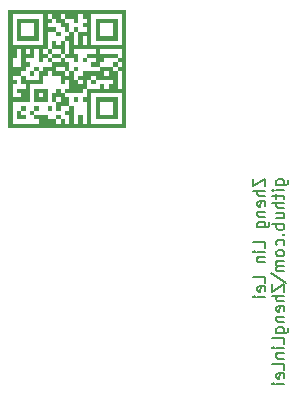
<source format=gbr>
%TF.GenerationSoftware,KiCad,Pcbnew,7.0.9*%
%TF.CreationDate,2024-01-23T00:02:11+01:00*%
%TF.ProjectId,esp32_programmer,65737033-325f-4707-926f-6772616d6d65,rev?*%
%TF.SameCoordinates,Original*%
%TF.FileFunction,Legend,Bot*%
%TF.FilePolarity,Positive*%
%FSLAX46Y46*%
G04 Gerber Fmt 4.6, Leading zero omitted, Abs format (unit mm)*
G04 Created by KiCad (PCBNEW 7.0.9) date 2024-01-23 00:02:11*
%MOMM*%
%LPD*%
G01*
G04 APERTURE LIST*
%ADD10C,0.200000*%
G04 APERTURE END LIST*
D10*
X161257219Y-109024435D02*
X161257219Y-109691101D01*
X161257219Y-109691101D02*
X162257219Y-109024435D01*
X162257219Y-109024435D02*
X162257219Y-109691101D01*
X162257219Y-110072054D02*
X161257219Y-110072054D01*
X162257219Y-110500625D02*
X161733409Y-110500625D01*
X161733409Y-110500625D02*
X161638171Y-110453006D01*
X161638171Y-110453006D02*
X161590552Y-110357768D01*
X161590552Y-110357768D02*
X161590552Y-110214911D01*
X161590552Y-110214911D02*
X161638171Y-110119673D01*
X161638171Y-110119673D02*
X161685790Y-110072054D01*
X162209600Y-111357768D02*
X162257219Y-111262530D01*
X162257219Y-111262530D02*
X162257219Y-111072054D01*
X162257219Y-111072054D02*
X162209600Y-110976816D01*
X162209600Y-110976816D02*
X162114361Y-110929197D01*
X162114361Y-110929197D02*
X161733409Y-110929197D01*
X161733409Y-110929197D02*
X161638171Y-110976816D01*
X161638171Y-110976816D02*
X161590552Y-111072054D01*
X161590552Y-111072054D02*
X161590552Y-111262530D01*
X161590552Y-111262530D02*
X161638171Y-111357768D01*
X161638171Y-111357768D02*
X161733409Y-111405387D01*
X161733409Y-111405387D02*
X161828647Y-111405387D01*
X161828647Y-111405387D02*
X161923885Y-110929197D01*
X161590552Y-111833959D02*
X162257219Y-111833959D01*
X161685790Y-111833959D02*
X161638171Y-111881578D01*
X161638171Y-111881578D02*
X161590552Y-111976816D01*
X161590552Y-111976816D02*
X161590552Y-112119673D01*
X161590552Y-112119673D02*
X161638171Y-112214911D01*
X161638171Y-112214911D02*
X161733409Y-112262530D01*
X161733409Y-112262530D02*
X162257219Y-112262530D01*
X161590552Y-113167292D02*
X162400076Y-113167292D01*
X162400076Y-113167292D02*
X162495314Y-113119673D01*
X162495314Y-113119673D02*
X162542933Y-113072054D01*
X162542933Y-113072054D02*
X162590552Y-112976816D01*
X162590552Y-112976816D02*
X162590552Y-112833959D01*
X162590552Y-112833959D02*
X162542933Y-112738721D01*
X162209600Y-113167292D02*
X162257219Y-113072054D01*
X162257219Y-113072054D02*
X162257219Y-112881578D01*
X162257219Y-112881578D02*
X162209600Y-112786340D01*
X162209600Y-112786340D02*
X162161980Y-112738721D01*
X162161980Y-112738721D02*
X162066742Y-112691102D01*
X162066742Y-112691102D02*
X161781028Y-112691102D01*
X161781028Y-112691102D02*
X161685790Y-112738721D01*
X161685790Y-112738721D02*
X161638171Y-112786340D01*
X161638171Y-112786340D02*
X161590552Y-112881578D01*
X161590552Y-112881578D02*
X161590552Y-113072054D01*
X161590552Y-113072054D02*
X161638171Y-113167292D01*
X162257219Y-114881578D02*
X162257219Y-114405388D01*
X162257219Y-114405388D02*
X161257219Y-114405388D01*
X162257219Y-115214912D02*
X161590552Y-115214912D01*
X161257219Y-115214912D02*
X161304838Y-115167293D01*
X161304838Y-115167293D02*
X161352457Y-115214912D01*
X161352457Y-115214912D02*
X161304838Y-115262531D01*
X161304838Y-115262531D02*
X161257219Y-115214912D01*
X161257219Y-115214912D02*
X161352457Y-115214912D01*
X161590552Y-115691102D02*
X162257219Y-115691102D01*
X161685790Y-115691102D02*
X161638171Y-115738721D01*
X161638171Y-115738721D02*
X161590552Y-115833959D01*
X161590552Y-115833959D02*
X161590552Y-115976816D01*
X161590552Y-115976816D02*
X161638171Y-116072054D01*
X161638171Y-116072054D02*
X161733409Y-116119673D01*
X161733409Y-116119673D02*
X162257219Y-116119673D01*
X162257219Y-117833959D02*
X162257219Y-117357769D01*
X162257219Y-117357769D02*
X161257219Y-117357769D01*
X162209600Y-118548245D02*
X162257219Y-118453007D01*
X162257219Y-118453007D02*
X162257219Y-118262531D01*
X162257219Y-118262531D02*
X162209600Y-118167293D01*
X162209600Y-118167293D02*
X162114361Y-118119674D01*
X162114361Y-118119674D02*
X161733409Y-118119674D01*
X161733409Y-118119674D02*
X161638171Y-118167293D01*
X161638171Y-118167293D02*
X161590552Y-118262531D01*
X161590552Y-118262531D02*
X161590552Y-118453007D01*
X161590552Y-118453007D02*
X161638171Y-118548245D01*
X161638171Y-118548245D02*
X161733409Y-118595864D01*
X161733409Y-118595864D02*
X161828647Y-118595864D01*
X161828647Y-118595864D02*
X161923885Y-118119674D01*
X162257219Y-119024436D02*
X161590552Y-119024436D01*
X161257219Y-119024436D02*
X161304838Y-118976817D01*
X161304838Y-118976817D02*
X161352457Y-119024436D01*
X161352457Y-119024436D02*
X161304838Y-119072055D01*
X161304838Y-119072055D02*
X161257219Y-119024436D01*
X161257219Y-119024436D02*
X161352457Y-119024436D01*
X163200552Y-109548244D02*
X164010076Y-109548244D01*
X164010076Y-109548244D02*
X164105314Y-109500625D01*
X164105314Y-109500625D02*
X164152933Y-109453006D01*
X164152933Y-109453006D02*
X164200552Y-109357768D01*
X164200552Y-109357768D02*
X164200552Y-109214911D01*
X164200552Y-109214911D02*
X164152933Y-109119673D01*
X163819600Y-109548244D02*
X163867219Y-109453006D01*
X163867219Y-109453006D02*
X163867219Y-109262530D01*
X163867219Y-109262530D02*
X163819600Y-109167292D01*
X163819600Y-109167292D02*
X163771980Y-109119673D01*
X163771980Y-109119673D02*
X163676742Y-109072054D01*
X163676742Y-109072054D02*
X163391028Y-109072054D01*
X163391028Y-109072054D02*
X163295790Y-109119673D01*
X163295790Y-109119673D02*
X163248171Y-109167292D01*
X163248171Y-109167292D02*
X163200552Y-109262530D01*
X163200552Y-109262530D02*
X163200552Y-109453006D01*
X163200552Y-109453006D02*
X163248171Y-109548244D01*
X163867219Y-110024435D02*
X163200552Y-110024435D01*
X162867219Y-110024435D02*
X162914838Y-109976816D01*
X162914838Y-109976816D02*
X162962457Y-110024435D01*
X162962457Y-110024435D02*
X162914838Y-110072054D01*
X162914838Y-110072054D02*
X162867219Y-110024435D01*
X162867219Y-110024435D02*
X162962457Y-110024435D01*
X163200552Y-110357768D02*
X163200552Y-110738720D01*
X162867219Y-110500625D02*
X163724361Y-110500625D01*
X163724361Y-110500625D02*
X163819600Y-110548244D01*
X163819600Y-110548244D02*
X163867219Y-110643482D01*
X163867219Y-110643482D02*
X163867219Y-110738720D01*
X163867219Y-111072054D02*
X162867219Y-111072054D01*
X163867219Y-111500625D02*
X163343409Y-111500625D01*
X163343409Y-111500625D02*
X163248171Y-111453006D01*
X163248171Y-111453006D02*
X163200552Y-111357768D01*
X163200552Y-111357768D02*
X163200552Y-111214911D01*
X163200552Y-111214911D02*
X163248171Y-111119673D01*
X163248171Y-111119673D02*
X163295790Y-111072054D01*
X163200552Y-112405387D02*
X163867219Y-112405387D01*
X163200552Y-111976816D02*
X163724361Y-111976816D01*
X163724361Y-111976816D02*
X163819600Y-112024435D01*
X163819600Y-112024435D02*
X163867219Y-112119673D01*
X163867219Y-112119673D02*
X163867219Y-112262530D01*
X163867219Y-112262530D02*
X163819600Y-112357768D01*
X163819600Y-112357768D02*
X163771980Y-112405387D01*
X163867219Y-112881578D02*
X162867219Y-112881578D01*
X163248171Y-112881578D02*
X163200552Y-112976816D01*
X163200552Y-112976816D02*
X163200552Y-113167292D01*
X163200552Y-113167292D02*
X163248171Y-113262530D01*
X163248171Y-113262530D02*
X163295790Y-113310149D01*
X163295790Y-113310149D02*
X163391028Y-113357768D01*
X163391028Y-113357768D02*
X163676742Y-113357768D01*
X163676742Y-113357768D02*
X163771980Y-113310149D01*
X163771980Y-113310149D02*
X163819600Y-113262530D01*
X163819600Y-113262530D02*
X163867219Y-113167292D01*
X163867219Y-113167292D02*
X163867219Y-112976816D01*
X163867219Y-112976816D02*
X163819600Y-112881578D01*
X163771980Y-113786340D02*
X163819600Y-113833959D01*
X163819600Y-113833959D02*
X163867219Y-113786340D01*
X163867219Y-113786340D02*
X163819600Y-113738721D01*
X163819600Y-113738721D02*
X163771980Y-113786340D01*
X163771980Y-113786340D02*
X163867219Y-113786340D01*
X163819600Y-114691101D02*
X163867219Y-114595863D01*
X163867219Y-114595863D02*
X163867219Y-114405387D01*
X163867219Y-114405387D02*
X163819600Y-114310149D01*
X163819600Y-114310149D02*
X163771980Y-114262530D01*
X163771980Y-114262530D02*
X163676742Y-114214911D01*
X163676742Y-114214911D02*
X163391028Y-114214911D01*
X163391028Y-114214911D02*
X163295790Y-114262530D01*
X163295790Y-114262530D02*
X163248171Y-114310149D01*
X163248171Y-114310149D02*
X163200552Y-114405387D01*
X163200552Y-114405387D02*
X163200552Y-114595863D01*
X163200552Y-114595863D02*
X163248171Y-114691101D01*
X163867219Y-115262530D02*
X163819600Y-115167292D01*
X163819600Y-115167292D02*
X163771980Y-115119673D01*
X163771980Y-115119673D02*
X163676742Y-115072054D01*
X163676742Y-115072054D02*
X163391028Y-115072054D01*
X163391028Y-115072054D02*
X163295790Y-115119673D01*
X163295790Y-115119673D02*
X163248171Y-115167292D01*
X163248171Y-115167292D02*
X163200552Y-115262530D01*
X163200552Y-115262530D02*
X163200552Y-115405387D01*
X163200552Y-115405387D02*
X163248171Y-115500625D01*
X163248171Y-115500625D02*
X163295790Y-115548244D01*
X163295790Y-115548244D02*
X163391028Y-115595863D01*
X163391028Y-115595863D02*
X163676742Y-115595863D01*
X163676742Y-115595863D02*
X163771980Y-115548244D01*
X163771980Y-115548244D02*
X163819600Y-115500625D01*
X163819600Y-115500625D02*
X163867219Y-115405387D01*
X163867219Y-115405387D02*
X163867219Y-115262530D01*
X163867219Y-116024435D02*
X163200552Y-116024435D01*
X163295790Y-116024435D02*
X163248171Y-116072054D01*
X163248171Y-116072054D02*
X163200552Y-116167292D01*
X163200552Y-116167292D02*
X163200552Y-116310149D01*
X163200552Y-116310149D02*
X163248171Y-116405387D01*
X163248171Y-116405387D02*
X163343409Y-116453006D01*
X163343409Y-116453006D02*
X163867219Y-116453006D01*
X163343409Y-116453006D02*
X163248171Y-116500625D01*
X163248171Y-116500625D02*
X163200552Y-116595863D01*
X163200552Y-116595863D02*
X163200552Y-116738720D01*
X163200552Y-116738720D02*
X163248171Y-116833959D01*
X163248171Y-116833959D02*
X163343409Y-116881578D01*
X163343409Y-116881578D02*
X163867219Y-116881578D01*
X162771980Y-117024434D02*
X164057695Y-117881577D01*
X162867219Y-117929197D02*
X162867219Y-118595863D01*
X162867219Y-118595863D02*
X163867219Y-117929197D01*
X163867219Y-117929197D02*
X163867219Y-118595863D01*
X163867219Y-118976816D02*
X162867219Y-118976816D01*
X163867219Y-119405387D02*
X163343409Y-119405387D01*
X163343409Y-119405387D02*
X163248171Y-119357768D01*
X163248171Y-119357768D02*
X163200552Y-119262530D01*
X163200552Y-119262530D02*
X163200552Y-119119673D01*
X163200552Y-119119673D02*
X163248171Y-119024435D01*
X163248171Y-119024435D02*
X163295790Y-118976816D01*
X163819600Y-120262530D02*
X163867219Y-120167292D01*
X163867219Y-120167292D02*
X163867219Y-119976816D01*
X163867219Y-119976816D02*
X163819600Y-119881578D01*
X163819600Y-119881578D02*
X163724361Y-119833959D01*
X163724361Y-119833959D02*
X163343409Y-119833959D01*
X163343409Y-119833959D02*
X163248171Y-119881578D01*
X163248171Y-119881578D02*
X163200552Y-119976816D01*
X163200552Y-119976816D02*
X163200552Y-120167292D01*
X163200552Y-120167292D02*
X163248171Y-120262530D01*
X163248171Y-120262530D02*
X163343409Y-120310149D01*
X163343409Y-120310149D02*
X163438647Y-120310149D01*
X163438647Y-120310149D02*
X163533885Y-119833959D01*
X163200552Y-120738721D02*
X163867219Y-120738721D01*
X163295790Y-120738721D02*
X163248171Y-120786340D01*
X163248171Y-120786340D02*
X163200552Y-120881578D01*
X163200552Y-120881578D02*
X163200552Y-121024435D01*
X163200552Y-121024435D02*
X163248171Y-121119673D01*
X163248171Y-121119673D02*
X163343409Y-121167292D01*
X163343409Y-121167292D02*
X163867219Y-121167292D01*
X163200552Y-122072054D02*
X164010076Y-122072054D01*
X164010076Y-122072054D02*
X164105314Y-122024435D01*
X164105314Y-122024435D02*
X164152933Y-121976816D01*
X164152933Y-121976816D02*
X164200552Y-121881578D01*
X164200552Y-121881578D02*
X164200552Y-121738721D01*
X164200552Y-121738721D02*
X164152933Y-121643483D01*
X163819600Y-122072054D02*
X163867219Y-121976816D01*
X163867219Y-121976816D02*
X163867219Y-121786340D01*
X163867219Y-121786340D02*
X163819600Y-121691102D01*
X163819600Y-121691102D02*
X163771980Y-121643483D01*
X163771980Y-121643483D02*
X163676742Y-121595864D01*
X163676742Y-121595864D02*
X163391028Y-121595864D01*
X163391028Y-121595864D02*
X163295790Y-121643483D01*
X163295790Y-121643483D02*
X163248171Y-121691102D01*
X163248171Y-121691102D02*
X163200552Y-121786340D01*
X163200552Y-121786340D02*
X163200552Y-121976816D01*
X163200552Y-121976816D02*
X163248171Y-122072054D01*
X163867219Y-123024435D02*
X163867219Y-122548245D01*
X163867219Y-122548245D02*
X162867219Y-122548245D01*
X163867219Y-123357769D02*
X163200552Y-123357769D01*
X162867219Y-123357769D02*
X162914838Y-123310150D01*
X162914838Y-123310150D02*
X162962457Y-123357769D01*
X162962457Y-123357769D02*
X162914838Y-123405388D01*
X162914838Y-123405388D02*
X162867219Y-123357769D01*
X162867219Y-123357769D02*
X162962457Y-123357769D01*
X163200552Y-123833959D02*
X163867219Y-123833959D01*
X163295790Y-123833959D02*
X163248171Y-123881578D01*
X163248171Y-123881578D02*
X163200552Y-123976816D01*
X163200552Y-123976816D02*
X163200552Y-124119673D01*
X163200552Y-124119673D02*
X163248171Y-124214911D01*
X163248171Y-124214911D02*
X163343409Y-124262530D01*
X163343409Y-124262530D02*
X163867219Y-124262530D01*
X163867219Y-125214911D02*
X163867219Y-124738721D01*
X163867219Y-124738721D02*
X162867219Y-124738721D01*
X163819600Y-125929197D02*
X163867219Y-125833959D01*
X163867219Y-125833959D02*
X163867219Y-125643483D01*
X163867219Y-125643483D02*
X163819600Y-125548245D01*
X163819600Y-125548245D02*
X163724361Y-125500626D01*
X163724361Y-125500626D02*
X163343409Y-125500626D01*
X163343409Y-125500626D02*
X163248171Y-125548245D01*
X163248171Y-125548245D02*
X163200552Y-125643483D01*
X163200552Y-125643483D02*
X163200552Y-125833959D01*
X163200552Y-125833959D02*
X163248171Y-125929197D01*
X163248171Y-125929197D02*
X163343409Y-125976816D01*
X163343409Y-125976816D02*
X163438647Y-125976816D01*
X163438647Y-125976816D02*
X163533885Y-125500626D01*
X163867219Y-126405388D02*
X163200552Y-126405388D01*
X162867219Y-126405388D02*
X162914838Y-126357769D01*
X162914838Y-126357769D02*
X162962457Y-126405388D01*
X162962457Y-126405388D02*
X162914838Y-126453007D01*
X162914838Y-126453007D02*
X162867219Y-126405388D01*
X162867219Y-126405388D02*
X162962457Y-126405388D01*
%TO.C,G\u002A\u002A\u002A*%
G36*
X150500076Y-98083308D02*
G01*
X150500076Y-99750000D01*
X150500076Y-101416692D01*
X150500076Y-101787069D01*
X150500076Y-104750077D01*
X145500000Y-104750077D01*
X140499923Y-104750077D01*
X140499923Y-104379701D01*
X140870299Y-104379701D01*
X141981427Y-104379701D01*
X143092555Y-104379701D01*
X143092555Y-104194513D01*
X143092555Y-104009325D01*
X142907367Y-104009325D01*
X142722179Y-104009325D01*
X142722179Y-103824137D01*
X142722179Y-103638949D01*
X143277743Y-103638949D01*
X143833308Y-103638949D01*
X143833308Y-103824137D01*
X143833308Y-104009325D01*
X144203684Y-104009325D01*
X144574060Y-104009325D01*
X144574060Y-104194513D01*
X144574060Y-104379701D01*
X144759248Y-104379701D01*
X144944436Y-104379701D01*
X144944436Y-104194513D01*
X144944436Y-104009325D01*
X145129624Y-104009325D01*
X145314812Y-104009325D01*
X145314812Y-104194513D01*
X145314812Y-104379701D01*
X145500000Y-104379701D01*
X145685188Y-104379701D01*
X145685188Y-104009325D01*
X145685188Y-103638949D01*
X145500000Y-103638949D01*
X145314812Y-103638949D01*
X145314812Y-103453761D01*
X145314812Y-103268573D01*
X145500000Y-103268573D01*
X145685188Y-103268573D01*
X145685188Y-103083385D01*
X145685188Y-102898197D01*
X145870376Y-102898197D01*
X146055564Y-102898197D01*
X146055564Y-103638949D01*
X146055564Y-104379701D01*
X146240752Y-104379701D01*
X146425940Y-104379701D01*
X146425940Y-104009325D01*
X146425940Y-103638949D01*
X146611128Y-103638949D01*
X146796316Y-103638949D01*
X146796316Y-104009325D01*
X146796316Y-104379701D01*
X146981504Y-104379701D01*
X147166692Y-104379701D01*
X147537068Y-104379701D01*
X148833384Y-104379701D01*
X150129700Y-104379701D01*
X150129700Y-103083385D01*
X150129700Y-101787069D01*
X148833384Y-101787069D01*
X147537068Y-101787069D01*
X147537068Y-103083385D01*
X147537068Y-104379701D01*
X147166692Y-104379701D01*
X147166692Y-103453761D01*
X147166692Y-102527821D01*
X146981504Y-102527821D01*
X146796316Y-102527821D01*
X146796316Y-102342633D01*
X146796316Y-102157445D01*
X146981504Y-102157445D01*
X147166692Y-102157445D01*
X147166692Y-101787069D01*
X147166692Y-101416692D01*
X147722256Y-101416692D01*
X148277820Y-101416692D01*
X148277820Y-101231504D01*
X148277820Y-101046316D01*
X148463008Y-101046316D01*
X148648196Y-101046316D01*
X148648196Y-101231504D01*
X148648196Y-101416692D01*
X148833384Y-101416692D01*
X149018572Y-101416692D01*
X149018572Y-101231504D01*
X149018572Y-101046316D01*
X149203760Y-101046316D01*
X149388948Y-101046316D01*
X149388948Y-100861128D01*
X149388948Y-100675940D01*
X148648196Y-100675940D01*
X147907444Y-100675940D01*
X147907444Y-100490752D01*
X147907444Y-100305564D01*
X148648196Y-100305564D01*
X148833384Y-100305564D01*
X149018572Y-100305564D01*
X149018572Y-100120376D01*
X149018572Y-99935188D01*
X148833384Y-99935188D01*
X148648196Y-99935188D01*
X148648196Y-100120376D01*
X148648196Y-100305564D01*
X147907444Y-100305564D01*
X147722256Y-100305564D01*
X147537068Y-100305564D01*
X147537068Y-100490752D01*
X147537068Y-100675940D01*
X147351880Y-100675940D01*
X147166692Y-100675940D01*
X147166692Y-101046316D01*
X147166692Y-101416692D01*
X146981504Y-101416692D01*
X146796316Y-101416692D01*
X146796316Y-101601881D01*
X146796316Y-101787069D01*
X146055564Y-101787069D01*
X145314812Y-101787069D01*
X145314812Y-101601881D01*
X145314812Y-101416692D01*
X145500000Y-101416692D01*
X145685188Y-101416692D01*
X145685188Y-101046316D01*
X145685188Y-100675940D01*
X145500000Y-100675940D01*
X145314812Y-100675940D01*
X145314812Y-100861128D01*
X145314812Y-101046316D01*
X145129624Y-101046316D01*
X144944436Y-101046316D01*
X144944436Y-100675940D01*
X144944436Y-100305564D01*
X144574060Y-100305564D01*
X144203684Y-100305564D01*
X144203684Y-100120376D01*
X144203684Y-99935188D01*
X144018496Y-99935188D01*
X143833308Y-99935188D01*
X143833308Y-100120376D01*
X143833308Y-100305564D01*
X143648119Y-100305564D01*
X143462931Y-100305564D01*
X143462931Y-100675940D01*
X143462931Y-101046316D01*
X142907367Y-101046316D01*
X142351803Y-101046316D01*
X142351803Y-101416692D01*
X142351803Y-101787069D01*
X142351803Y-102527821D01*
X141611051Y-102527821D01*
X140870299Y-102527821D01*
X140870299Y-103453761D01*
X140870299Y-104379701D01*
X140499923Y-104379701D01*
X140499923Y-102157445D01*
X140870299Y-102157445D01*
X141240675Y-102157445D01*
X141611051Y-102157445D01*
X141611051Y-101972257D01*
X141611051Y-101787069D01*
X141425863Y-101787069D01*
X141240675Y-101787069D01*
X141240675Y-101601881D01*
X141240675Y-101416692D01*
X141611051Y-101416692D01*
X141981427Y-101416692D01*
X141981427Y-101231504D01*
X141981427Y-101046316D01*
X141796239Y-101046316D01*
X141611051Y-101046316D01*
X141611051Y-100675940D01*
X141611051Y-100305564D01*
X141796239Y-100305564D01*
X141981427Y-100305564D01*
X141981427Y-100490752D01*
X141981427Y-100675940D01*
X142536991Y-100675940D01*
X143092555Y-100675940D01*
X143092555Y-100305564D01*
X143092555Y-99935188D01*
X143277743Y-99935188D01*
X143462931Y-99935188D01*
X143462931Y-99750000D01*
X143462931Y-99564812D01*
X143833308Y-99564812D01*
X144203684Y-99564812D01*
X144203684Y-99379624D01*
X144203684Y-99194436D01*
X144574060Y-99194436D01*
X144944436Y-99194436D01*
X144944436Y-99009248D01*
X144944436Y-98824060D01*
X145129624Y-98824060D01*
X145314812Y-98824060D01*
X145314812Y-99009248D01*
X145314812Y-99194436D01*
X145500000Y-99194436D01*
X145685188Y-99194436D01*
X145685188Y-99564812D01*
X145685188Y-99935188D01*
X145500000Y-99935188D01*
X145314812Y-99935188D01*
X145314812Y-99750000D01*
X145314812Y-99564812D01*
X144944436Y-99564812D01*
X144574060Y-99564812D01*
X144574060Y-99750000D01*
X144574060Y-99935188D01*
X144944436Y-99935188D01*
X145314812Y-99935188D01*
X145314812Y-100120376D01*
X145314812Y-100305564D01*
X145500000Y-100305564D01*
X145685188Y-100305564D01*
X145685188Y-100120376D01*
X145685188Y-99935188D01*
X145870376Y-99935188D01*
X146055564Y-99935188D01*
X146055564Y-100305564D01*
X146055564Y-100675940D01*
X146240752Y-100675940D01*
X146425940Y-100675940D01*
X146425940Y-100861128D01*
X146425940Y-101046316D01*
X146611128Y-101046316D01*
X146796316Y-101046316D01*
X146796316Y-100861128D01*
X146796316Y-100675940D01*
X146611128Y-100675940D01*
X146425940Y-100675940D01*
X146425940Y-100490752D01*
X146425940Y-100305564D01*
X146611128Y-100305564D01*
X146796316Y-100305564D01*
X146796316Y-100120376D01*
X146796316Y-99935188D01*
X147537068Y-99935188D01*
X148277820Y-99935188D01*
X148277820Y-99750000D01*
X148277820Y-99564812D01*
X148833384Y-99564812D01*
X149388948Y-99564812D01*
X149388948Y-99750000D01*
X149388948Y-99935188D01*
X149574136Y-99935188D01*
X149759324Y-99935188D01*
X149759324Y-100675940D01*
X149759324Y-101046316D01*
X149759324Y-101416692D01*
X149944512Y-101416692D01*
X150129700Y-101416692D01*
X150129700Y-100675940D01*
X150129700Y-99935188D01*
X149944512Y-99935188D01*
X149759324Y-99935188D01*
X149759324Y-99750000D01*
X149759324Y-99564812D01*
X149944512Y-99564812D01*
X150129700Y-99564812D01*
X150129700Y-99379624D01*
X150129700Y-99194436D01*
X149944512Y-99194436D01*
X149759324Y-99194436D01*
X149759324Y-99009248D01*
X149759324Y-98824060D01*
X149203760Y-98824060D01*
X148648196Y-98824060D01*
X148648196Y-99009248D01*
X148648196Y-99194436D01*
X148463008Y-99194436D01*
X148277820Y-99194436D01*
X148277820Y-99379624D01*
X148277820Y-99564812D01*
X147907444Y-99564812D01*
X147537068Y-99564812D01*
X147537068Y-99379624D01*
X147537068Y-99194436D01*
X147722256Y-99194436D01*
X147907444Y-99194436D01*
X147907444Y-99009248D01*
X147907444Y-98824060D01*
X147537068Y-98824060D01*
X147166692Y-98824060D01*
X147166692Y-98638872D01*
X147166692Y-98453684D01*
X147537068Y-98453684D01*
X147907444Y-98453684D01*
X148277820Y-98453684D01*
X149018572Y-98453684D01*
X149759324Y-98453684D01*
X149759324Y-98638872D01*
X149759324Y-98824060D01*
X149944512Y-98824060D01*
X150129700Y-98824060D01*
X150129700Y-98453684D01*
X150129700Y-98083308D01*
X149203760Y-98083308D01*
X148277820Y-98083308D01*
X148277820Y-98268496D01*
X148277820Y-98453684D01*
X147907444Y-98453684D01*
X147907444Y-98268496D01*
X147907444Y-98083308D01*
X146981504Y-98083308D01*
X146055564Y-98083308D01*
X146055564Y-98268496D01*
X146055564Y-98453684D01*
X146240752Y-98453684D01*
X146425940Y-98453684D01*
X146425940Y-98824060D01*
X146425940Y-99194436D01*
X146240752Y-99194436D01*
X146055564Y-99194436D01*
X146055564Y-99009248D01*
X146055564Y-98824060D01*
X145685188Y-98824060D01*
X145314812Y-98824060D01*
X145314812Y-98638872D01*
X145314812Y-98453684D01*
X145500000Y-98453684D01*
X145685188Y-98453684D01*
X145685188Y-97898120D01*
X145685188Y-97342556D01*
X145500000Y-97342556D01*
X145314812Y-97342556D01*
X145314812Y-97157368D01*
X145314812Y-96972180D01*
X145500000Y-96972180D01*
X145685188Y-96972180D01*
X145685188Y-96786992D01*
X145685188Y-96601804D01*
X145870376Y-96601804D01*
X146055564Y-96601804D01*
X146055564Y-97157368D01*
X146055564Y-97712932D01*
X146240752Y-97712932D01*
X146425940Y-97712932D01*
X146796316Y-97712932D01*
X146981504Y-97712932D01*
X147166692Y-97712932D01*
X147166692Y-97342556D01*
X147166692Y-96972180D01*
X147537068Y-96972180D01*
X147537068Y-97712932D01*
X148833384Y-97712932D01*
X150129700Y-97712932D01*
X150129700Y-96416616D01*
X150129700Y-95120300D01*
X148833384Y-95120300D01*
X147537068Y-95120300D01*
X147537068Y-96416616D01*
X147537068Y-96972180D01*
X147166692Y-96972180D01*
X146981504Y-96972180D01*
X146796316Y-96972180D01*
X146796316Y-97342556D01*
X146796316Y-97712932D01*
X146425940Y-97712932D01*
X146425940Y-97157368D01*
X146425940Y-96601804D01*
X146796316Y-96601804D01*
X147166692Y-96601804D01*
X147166692Y-96416616D01*
X147166692Y-96231428D01*
X146981504Y-96231428D01*
X146796316Y-96231428D01*
X146796316Y-96046240D01*
X146796316Y-95861052D01*
X146981504Y-95861052D01*
X147166692Y-95861052D01*
X147166692Y-95675864D01*
X147166692Y-95490676D01*
X146981504Y-95490676D01*
X146796316Y-95490676D01*
X146796316Y-95305488D01*
X146796316Y-95120300D01*
X146611128Y-95120300D01*
X146425940Y-95120300D01*
X146425940Y-95490676D01*
X146425940Y-95861052D01*
X146240752Y-95861052D01*
X146055564Y-95861052D01*
X146055564Y-95675864D01*
X146055564Y-95490676D01*
X145685188Y-95490676D01*
X145314812Y-95490676D01*
X145314812Y-95675864D01*
X145314812Y-95861052D01*
X145500000Y-95861052D01*
X145685188Y-95861052D01*
X145685188Y-96231428D01*
X145685188Y-96601804D01*
X145500000Y-96601804D01*
X145314812Y-96601804D01*
X145314812Y-96416616D01*
X145314812Y-96231428D01*
X145129624Y-96231428D01*
X144944436Y-96231428D01*
X144944436Y-96046240D01*
X144944436Y-95861052D01*
X144759248Y-95861052D01*
X144574060Y-95861052D01*
X144574060Y-95675864D01*
X144574060Y-95490676D01*
X144388872Y-95490676D01*
X144203684Y-95490676D01*
X144203684Y-95675864D01*
X144203684Y-95861052D01*
X144018496Y-95861052D01*
X143833308Y-95861052D01*
X143833308Y-96046240D01*
X143833308Y-96231428D01*
X144203684Y-96231428D01*
X144574060Y-96231428D01*
X144574060Y-96416616D01*
X144574060Y-96601804D01*
X144203684Y-96601804D01*
X143833308Y-96601804D01*
X143833308Y-97342556D01*
X143833308Y-98083308D01*
X143648119Y-98083308D01*
X143462931Y-98083308D01*
X143462931Y-98268496D01*
X143462931Y-98453684D01*
X143648119Y-98453684D01*
X143833308Y-98453684D01*
X143833308Y-98638872D01*
X143833308Y-98824060D01*
X143648119Y-98824060D01*
X143462931Y-98824060D01*
X143462931Y-99009248D01*
X143462931Y-99194436D01*
X143277743Y-99194436D01*
X143092555Y-99194436D01*
X143092555Y-98638872D01*
X143092555Y-98083308D01*
X142907367Y-98083308D01*
X142722179Y-98083308D01*
X142722179Y-98453684D01*
X142722179Y-98824060D01*
X142351803Y-98824060D01*
X141981427Y-98824060D01*
X141981427Y-99009248D01*
X141981427Y-99194436D01*
X142166615Y-99194436D01*
X142351803Y-99194436D01*
X142351803Y-99379624D01*
X142351803Y-99564812D01*
X142166615Y-99564812D01*
X141981427Y-99564812D01*
X141981427Y-99750000D01*
X141981427Y-99935188D01*
X141796239Y-99935188D01*
X141611051Y-99935188D01*
X141611051Y-100120376D01*
X141611051Y-100305564D01*
X141240675Y-100305564D01*
X140870299Y-100305564D01*
X140870299Y-100490752D01*
X140870299Y-100675940D01*
X141055487Y-100675940D01*
X141240675Y-100675940D01*
X141240675Y-100861128D01*
X141240675Y-101046316D01*
X141055487Y-101046316D01*
X140870299Y-101046316D01*
X140870299Y-101601881D01*
X140870299Y-102157445D01*
X140499923Y-102157445D01*
X140499923Y-99750000D01*
X140499923Y-99564812D01*
X140870299Y-99564812D01*
X141240675Y-99564812D01*
X141611051Y-99564812D01*
X141611051Y-98824060D01*
X141611051Y-98083308D01*
X141981427Y-98083308D01*
X141981427Y-98268496D01*
X141981427Y-98453684D01*
X142166615Y-98453684D01*
X142351803Y-98453684D01*
X142351803Y-98268496D01*
X142351803Y-98083308D01*
X142166615Y-98083308D01*
X141981427Y-98083308D01*
X141611051Y-98083308D01*
X141425863Y-98083308D01*
X141240675Y-98083308D01*
X141240675Y-98453684D01*
X141240675Y-98824060D01*
X141055487Y-98824060D01*
X140870299Y-98824060D01*
X140870299Y-99194436D01*
X140870299Y-99564812D01*
X140499923Y-99564812D01*
X140499923Y-95120300D01*
X140870299Y-95120300D01*
X140870299Y-96416616D01*
X140870299Y-97712932D01*
X142166615Y-97712932D01*
X143462931Y-97712932D01*
X143462931Y-96416616D01*
X143462931Y-95120300D01*
X143833308Y-95120300D01*
X143833308Y-95305488D01*
X143833308Y-95490676D01*
X144018496Y-95490676D01*
X144203684Y-95490676D01*
X144203684Y-95305488D01*
X144203684Y-95120300D01*
X144944436Y-95120300D01*
X144944436Y-95305488D01*
X144944436Y-95490676D01*
X145129624Y-95490676D01*
X145314812Y-95490676D01*
X145314812Y-95305488D01*
X145314812Y-95120300D01*
X145129624Y-95120300D01*
X144944436Y-95120300D01*
X144203684Y-95120300D01*
X144018496Y-95120300D01*
X143833308Y-95120300D01*
X143462931Y-95120300D01*
X142166615Y-95120300D01*
X140870299Y-95120300D01*
X140499923Y-95120300D01*
X140499923Y-94749924D01*
X145500000Y-94749924D01*
X150500076Y-94749924D01*
X150500076Y-95120300D01*
X150500076Y-98083308D01*
G37*
G36*
X149759324Y-103083385D02*
G01*
X149759324Y-104009325D01*
X148833384Y-104009325D01*
X147907444Y-104009325D01*
X147907444Y-103638949D01*
X148277820Y-103638949D01*
X148833384Y-103638949D01*
X149388948Y-103638949D01*
X149388948Y-103083385D01*
X149388948Y-102527821D01*
X148833384Y-102527821D01*
X148277820Y-102527821D01*
X148277820Y-103083385D01*
X148277820Y-103638949D01*
X147907444Y-103638949D01*
X147907444Y-103083385D01*
X147907444Y-102157445D01*
X148833384Y-102157445D01*
X149759324Y-102157445D01*
X149759324Y-102527821D01*
X149759324Y-103083385D01*
G37*
G36*
X144944436Y-103824137D02*
G01*
X144944436Y-104009325D01*
X144759248Y-104009325D01*
X144574060Y-104009325D01*
X144574060Y-103824137D01*
X144574060Y-103638949D01*
X144759248Y-103638949D01*
X144944436Y-103638949D01*
X144944436Y-103824137D01*
G37*
G36*
X141611051Y-103453761D02*
G01*
X141611051Y-103638949D01*
X141796239Y-103638949D01*
X141981427Y-103638949D01*
X141981427Y-103824137D01*
X141981427Y-104009325D01*
X141611051Y-104009325D01*
X141240675Y-104009325D01*
X141240675Y-103638949D01*
X141240675Y-103268573D01*
X141425863Y-103268573D01*
X141611051Y-103268573D01*
X141611051Y-103453761D01*
G37*
G36*
X141981427Y-103083385D02*
G01*
X141981427Y-103268573D01*
X141796239Y-103268573D01*
X141611051Y-103268573D01*
X141611051Y-103083385D01*
X141611051Y-102898197D01*
X141796239Y-102898197D01*
X141981427Y-102898197D01*
X141981427Y-103083385D01*
G37*
G36*
X142722179Y-103453761D02*
G01*
X142722179Y-103638949D01*
X142536991Y-103638949D01*
X142351803Y-103638949D01*
X142351803Y-103453761D01*
X142351803Y-103268573D01*
X142536991Y-103268573D01*
X142722179Y-103268573D01*
X142722179Y-103453761D01*
G37*
G36*
X143092555Y-103083385D02*
G01*
X143092555Y-103268573D01*
X142907367Y-103268573D01*
X142722179Y-103268573D01*
X142722179Y-103083385D01*
X142722179Y-102898197D01*
X142907367Y-102898197D01*
X143092555Y-102898197D01*
X143092555Y-103083385D01*
G37*
G36*
X145500000Y-102157445D02*
G01*
X145685188Y-102157445D01*
X145685188Y-102527821D01*
X145685188Y-102898197D01*
X145314812Y-102898197D01*
X144944436Y-102898197D01*
X144944436Y-103083385D01*
X144944436Y-103268573D01*
X144759248Y-103268573D01*
X144574060Y-103268573D01*
X144574060Y-102898197D01*
X144574060Y-102527821D01*
X144759248Y-102527821D01*
X144944436Y-102527821D01*
X144944436Y-102342633D01*
X144944436Y-102157445D01*
X144759248Y-102157445D01*
X144574060Y-102157445D01*
X144574060Y-102342633D01*
X144574060Y-102527821D01*
X144388872Y-102527821D01*
X144203684Y-102527821D01*
X144203684Y-102157445D01*
X144203684Y-101787069D01*
X144388872Y-101787069D01*
X144574060Y-101787069D01*
X144574060Y-101601881D01*
X144574060Y-101416692D01*
X144759248Y-101416692D01*
X144944436Y-101416692D01*
X144944436Y-101601881D01*
X144944436Y-101787069D01*
X145129624Y-101787069D01*
X145314812Y-101787069D01*
X145314812Y-101972257D01*
X145314812Y-102157445D01*
X145500000Y-102157445D01*
G37*
G36*
X144203684Y-103083385D02*
G01*
X144203684Y-103268573D01*
X144018496Y-103268573D01*
X143833308Y-103268573D01*
X143833308Y-103083385D01*
X143833308Y-102898197D01*
X144018496Y-102898197D01*
X144203684Y-102898197D01*
X144203684Y-103083385D01*
G37*
G36*
X146425940Y-102342633D02*
G01*
X146425940Y-102527821D01*
X146240752Y-102527821D01*
X146055564Y-102527821D01*
X146055564Y-102342633D01*
X146055564Y-102157445D01*
X146240752Y-102157445D01*
X146425940Y-102157445D01*
X146425940Y-102342633D01*
G37*
G36*
X143833308Y-101972257D02*
G01*
X143833308Y-102527821D01*
X143277743Y-102527821D01*
X142722179Y-102527821D01*
X142722179Y-102157445D01*
X143092555Y-102157445D01*
X143277743Y-102157445D01*
X143462931Y-102157445D01*
X143462931Y-101972257D01*
X143462931Y-101787069D01*
X143277743Y-101787069D01*
X143092555Y-101787069D01*
X143092555Y-101972257D01*
X143092555Y-102157445D01*
X142722179Y-102157445D01*
X142722179Y-101972257D01*
X142722179Y-101416692D01*
X143277743Y-101416692D01*
X143833308Y-101416692D01*
X143833308Y-101787069D01*
X143833308Y-101972257D01*
G37*
G36*
X147907444Y-100861128D02*
G01*
X147907444Y-101046316D01*
X147722256Y-101046316D01*
X147537068Y-101046316D01*
X147537068Y-100861128D01*
X147537068Y-100675940D01*
X147722256Y-100675940D01*
X147907444Y-100675940D01*
X147907444Y-100861128D01*
G37*
G36*
X142722179Y-100120376D02*
G01*
X142722179Y-100305564D01*
X142536991Y-100305564D01*
X142351803Y-100305564D01*
X142351803Y-100120376D01*
X142351803Y-99935188D01*
X142536991Y-99935188D01*
X142722179Y-99935188D01*
X142722179Y-100120376D01*
G37*
G36*
X143092555Y-99750000D02*
G01*
X143092555Y-99935188D01*
X142907367Y-99935188D01*
X142722179Y-99935188D01*
X142722179Y-99750000D01*
X142722179Y-99564812D01*
X142907367Y-99564812D01*
X143092555Y-99564812D01*
X143092555Y-99750000D01*
G37*
G36*
X146425940Y-99750000D02*
G01*
X146425940Y-99935188D01*
X146240752Y-99935188D01*
X146055564Y-99935188D01*
X146055564Y-99750000D01*
X146055564Y-99564812D01*
X146240752Y-99564812D01*
X146425940Y-99564812D01*
X146425940Y-99750000D01*
G37*
G36*
X149759324Y-99379624D02*
G01*
X149759324Y-99564812D01*
X149574136Y-99564812D01*
X149388948Y-99564812D01*
X149388948Y-99379624D01*
X149388948Y-99194436D01*
X149574136Y-99194436D01*
X149759324Y-99194436D01*
X149759324Y-99379624D01*
G37*
G36*
X147166692Y-99009248D02*
G01*
X147166692Y-99194436D01*
X146981504Y-99194436D01*
X146796316Y-99194436D01*
X146796316Y-99009248D01*
X146796316Y-98824060D01*
X146981504Y-98824060D01*
X147166692Y-98824060D01*
X147166692Y-99009248D01*
G37*
G36*
X144203684Y-99009248D02*
G01*
X144203684Y-99194436D01*
X144018496Y-99194436D01*
X143833308Y-99194436D01*
X143833308Y-99009248D01*
X143833308Y-98824060D01*
X144018496Y-98824060D01*
X144203684Y-98824060D01*
X144203684Y-99009248D01*
G37*
G36*
X144574060Y-97527744D02*
G01*
X144574060Y-97712932D01*
X144759248Y-97712932D01*
X144944436Y-97712932D01*
X144944436Y-97527744D01*
X144944436Y-97342556D01*
X145129624Y-97342556D01*
X145314812Y-97342556D01*
X145314812Y-97898120D01*
X145314812Y-98453684D01*
X145129624Y-98453684D01*
X144944436Y-98453684D01*
X144944436Y-98638872D01*
X144944436Y-98824060D01*
X144574060Y-98824060D01*
X144203684Y-98824060D01*
X144203684Y-98638872D01*
X144203684Y-98453684D01*
X144018496Y-98453684D01*
X143833308Y-98453684D01*
X143833308Y-98268496D01*
X143833308Y-98083308D01*
X144018496Y-98083308D01*
X144203684Y-98083308D01*
X144203684Y-98268496D01*
X144203684Y-98453684D01*
X144574060Y-98453684D01*
X144944436Y-98453684D01*
X144944436Y-98268496D01*
X144944436Y-98083308D01*
X144574060Y-98083308D01*
X144203684Y-98083308D01*
X144203684Y-97712932D01*
X144203684Y-97342556D01*
X144388872Y-97342556D01*
X144574060Y-97342556D01*
X144574060Y-97527744D01*
G37*
G36*
X144944436Y-96786992D02*
G01*
X144944436Y-96972180D01*
X144759248Y-96972180D01*
X144574060Y-96972180D01*
X144574060Y-96786992D01*
X144574060Y-96601804D01*
X144759248Y-96601804D01*
X144944436Y-96601804D01*
X144944436Y-96786992D01*
G37*
G36*
X146425940Y-96416616D02*
G01*
X146425940Y-96601804D01*
X146240752Y-96601804D01*
X146055564Y-96601804D01*
X146055564Y-96416616D01*
X146055564Y-96231428D01*
X146240752Y-96231428D01*
X146425940Y-96231428D01*
X146425940Y-96416616D01*
G37*
G36*
X149759324Y-96416616D02*
G01*
X149759324Y-97342556D01*
X148833384Y-97342556D01*
X147907444Y-97342556D01*
X147907444Y-96972180D01*
X148277820Y-96972180D01*
X148833384Y-96972180D01*
X149388948Y-96972180D01*
X149388948Y-96416616D01*
X149388948Y-95861052D01*
X148833384Y-95861052D01*
X148277820Y-95861052D01*
X148277820Y-96416616D01*
X148277820Y-96972180D01*
X147907444Y-96972180D01*
X147907444Y-96416616D01*
X147907444Y-95490676D01*
X148833384Y-95490676D01*
X149759324Y-95490676D01*
X149759324Y-95861052D01*
X149759324Y-96416616D01*
G37*
G36*
X143092555Y-96416616D02*
G01*
X143092555Y-97342556D01*
X142166615Y-97342556D01*
X141240675Y-97342556D01*
X141240675Y-96972180D01*
X141611051Y-96972180D01*
X142166615Y-96972180D01*
X142722179Y-96972180D01*
X142722179Y-96416616D01*
X142722179Y-95861052D01*
X142166615Y-95861052D01*
X141611051Y-95861052D01*
X141611051Y-96416616D01*
X141611051Y-96972180D01*
X141240675Y-96972180D01*
X141240675Y-96416616D01*
X141240675Y-95490676D01*
X142166615Y-95490676D01*
X143092555Y-95490676D01*
X143092555Y-95861052D01*
X143092555Y-96416616D01*
G37*
%TD*%
M02*

</source>
